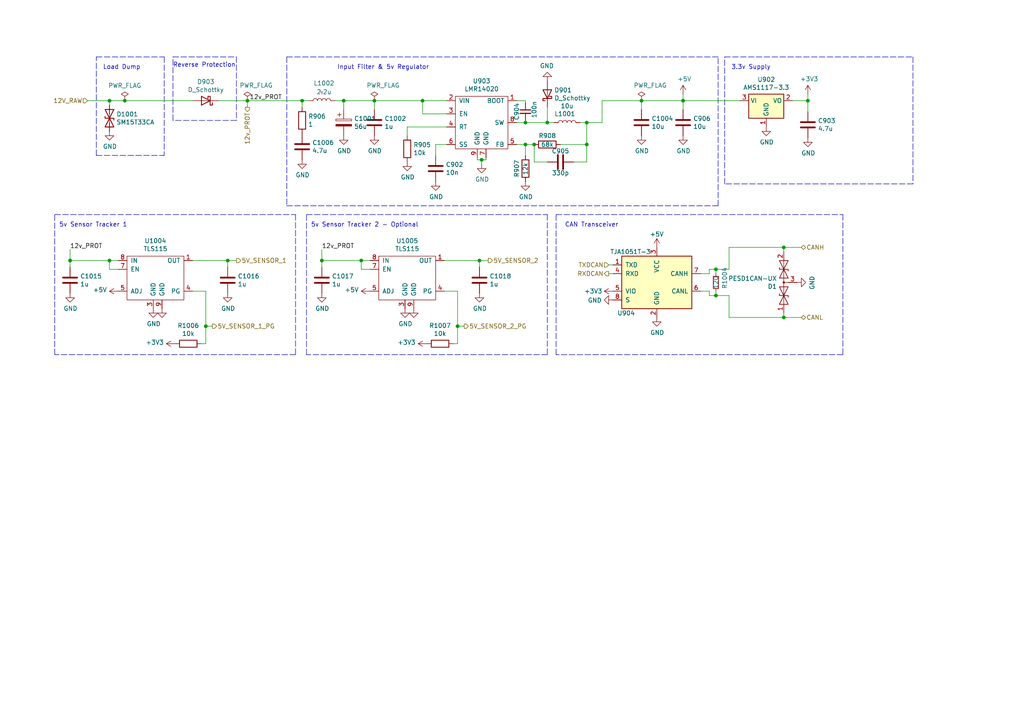
<source format=kicad_sch>
(kicad_sch (version 20250114) (generator "eeschema") (generator_version "9.0")
  (paper "A4")
  (title_block (title "rusEfi Proteus") (date "2022-04-09") (rev "v0.7") (company "rusEFI") (comment 1 "github.com/mck1117/proteus") (comment 2 "rusefi.com/s/proteus"))
  (lib_symbols
    (symbol "Device:C" (pin_numbers (hide yes)) (pin_names (offset 0.254))
      (property "Reference" "C" (at 0.635 2.54 0))
      (property "Value" "C" (at 0.635 -2.54 0))
      (symbol "C_0_1"
        (polyline (pts (xy -2.032 0.762) (xy 2.032 0.762)) (stroke (width 0.508)))
        (polyline (pts (xy -2.032 -0.762) (xy 2.032 -0.762)) (stroke (width 0.508)))
      )
      (symbol "C_1_1"
        (pin passive line (at 0 3.81 270) (length 2.794) (name "~") (number "1"))
        (pin passive line (at 0 -3.81 90) (length 2.794) (name "~") (number "2"))
      )
    )
    (symbol "Device:C_Small" (pin_numbers (hide yes)) (pin_names (offset 0.254) (hide yes))
      (property "Reference" "C" (at 0.254 1.778 0))
      (property "Value" "C_Small" (at 0.254 -2.032 0))
      (symbol "C_Small_0_1"
        (polyline (pts (xy -1.524 0.508) (xy 1.524 0.508)) (stroke (width 0.3048)))
        (polyline (pts (xy -1.524 -0.508) (xy 1.524 -0.508)) (stroke (width 0.3302)))
      )
      (symbol "C_Small_1_1"
        (pin passive line (at 0 2.54 270) (length 2.032) (name "~") (number "1"))
        (pin passive line (at 0 -2.54 90) (length 2.032) (name "~") (number "2"))
      )
    )
    (symbol "Device:D_Schottky" (pin_numbers (hide yes)) (pin_names (offset 1.016) (hide yes))
      (property "Reference" "D" (at 0 2.54 0))
      (property "Value" "D_Schottky" (at 0 -2.54 0))
      (symbol "D_Schottky_0_1"
        (polyline (pts (xy -1.905 0.635) (xy -1.905 1.27) (xy -1.27 1.27) (xy -1.27 -1.27) (xy -0.635 -1.27) (xy -0.635 -0.635)) (stroke (width 0.254)))
        (polyline (pts (xy 1.27 1.27) (xy 1.27 -1.27) (xy -1.27 0) (xy 1.27 1.27)) (stroke (width 0.254)))
        (polyline (pts (xy 1.27 0) (xy -1.27 0)))
      )
      (symbol "D_Schottky_1_1"
        (pin passive line (at -3.81 0 0) (length 2.54) (name "K") (number "1"))
        (pin passive line (at 3.81 0 180) (length 2.54) (name "A") (number "2"))
      )
    )
    (symbol "Device:D_TVS" (pin_numbers (hide yes)) (pin_names (offset 1.016) (hide yes))
      (property "Reference" "D" (at 0 2.54 0))
      (property "Value" "D_TVS" (at 0 -2.54 0))
      (symbol "D_TVS_0_1"
        (polyline (pts (xy -2.54 1.27) (xy -2.54 -1.27) (xy 2.54 1.27) (xy 2.54 -1.27) (xy -2.54 1.27)) (stroke (width 0.254)))
        (polyline (pts (xy 0.508 1.27) (xy 0 1.27) (xy 0 -1.27) (xy -0.508 -1.27)) (stroke (width 0.254)))
        (polyline (pts (xy 1.27 0) (xy -1.27 0)))
      )
      (symbol "D_TVS_1_1"
        (pin passive line (at -3.81 0 0) (length 2.54) (name "A1") (number "1"))
        (pin passive line (at 3.81 0 180) (length 2.54) (name "A2") (number "2"))
      )
    )
    (symbol "Device:L" (pin_numbers (hide yes)) (pin_names (offset 1.016) (hide yes))
      (property "Reference" "L" (at -1.27 0 90))
      (property "Value" "L" (at 1.905 0 90))
      (symbol "L_0_1"
        (arc (start 0 2.54) (mid 0.6323 1.905) (end 0 1.27))
        (arc (start 0 1.27) (mid 0.6323 0.635) (end 0 0))
        (arc (start 0 0) (mid 0.6323 -0.635) (end 0 -1.27))
        (arc (start 0 -1.27) (mid 0.6323 -1.905) (end 0 -2.54))
      )
      (symbol "L_1_1"
        (pin passive line (at 0 3.81 270) (length 1.27) (name "1") (number "1"))
        (pin passive line (at 0 -3.81 90) (length 1.27) (name "2") (number "2"))
      )
    )
    (symbol "Device:R" (pin_numbers (hide yes)) (pin_names (offset 0))
      (property "Reference" "R" (at 2.032 0 90))
      (property "Value" "R" (at 0 0 90))
      (symbol "R_0_1"
        (rectangle (start -1.016 -2.54) (end 1.016 2.54) (stroke (width 0.254)))
      )
      (symbol "R_1_1"
        (pin passive line (at 0 3.81 270) (length 1.27) (name "~") (number "1"))
        (pin passive line (at 0 -3.81 90) (length 1.27) (name "~") (number "2"))
      )
    )
    (symbol "Device:R_Small" (pin_numbers (hide yes)) (pin_names (offset 0.254) (hide yes))
      (property "Reference" "R" (at 0.762 0.508 0))
      (property "Value" "R_Small" (at 0.762 -1.016 0))
      (symbol "R_Small_0_1"
        (rectangle (start -0.762 1.778) (end 0.762 -1.778) (stroke (width 0.2032)))
      )
      (symbol "R_Small_1_1"
        (pin passive line (at 0 2.54 270) (length 0.762) (name "~") (number "1"))
        (pin passive line (at 0 -2.54 90) (length 0.762) (name "~") (number "2"))
      )
    )
    (symbol "Interface_CAN_LIN:TJA1051T-3" (pin_names (offset 1.016))
      (property "Reference" "U" (at -10.16 8.89 0))
      (property "Value" "TJA1051T-3" (at 1.27 8.89 0))
      (symbol "TJA1051T-3_0_1"
        (rectangle (start -10.16 7.62) (end 10.16 -7.62) (stroke (width 0.254)) (fill (type background)))
      )
      (symbol "TJA1051T-3_1_1"
        (pin input line (at -12.7 5.08 0) (length 2.54) (name "TXD") (number "1"))
        (pin output line (at -12.7 2.54 0) (length 2.54) (name "RXD") (number "4"))
        (pin power_in line (at -12.7 -2.54 0) (length 2.54) (name "VIO") (number "5"))
        (pin input line (at -12.7 -5.08 0) (length 2.54) (name "S") (number "8"))
        (pin power_in line (at 0 10.16 270) (length 2.54) (name "VCC") (number "3"))
        (pin power_in line (at 0 -10.16 90) (length 2.54) (name "GND") (number "2"))
        (pin bidirectional line (at 12.7 2.54 180) (length 2.54) (name "CANH") (number "7"))
        (pin bidirectional line (at 12.7 -2.54 180) (length 2.54) (name "CANL") (number "6"))
      )
    )
    (symbol "Regulator_Linear:AMS1117-3.3"
      (property "Reference" "U" (at -3.81 3.175 0))
      (property "Value" "AMS1117-3.3" (at 0 3.175 0))
      (symbol "AMS1117-3.3_0_1"
        (rectangle (start -5.08 -5.08) (end 5.08 1.905) (stroke (width 0.254)) (fill (type background)))
      )
      (symbol "AMS1117-3.3_1_1"
        (pin power_in line (at -7.62 0 0) (length 2.54) (name "VI") (number "3"))
        (pin power_in line (at 0 -7.62 90) (length 2.54) (name "GND") (number "1"))
        (pin power_out line (at 7.62 0 180) (length 2.54) (name "VO") (number "2"))
      )
    )
    (symbol "infineon_psu:TLS115" (pin_names (offset 1.016))
      (property "Reference" "U" (at -6.35 -10.16 0))
      (property "Value" "TLS115" (at -3.81 5.08 0))
      (symbol "TLS115_0_1"
        (rectangle (start -7.62 3.81) (end 8.89 -8.89))
      )
      (symbol "TLS115_1_1"
        (pin power_in line (at -10.16 2.54 0) (length 2.54) (name "IN") (number "8"))
        (pin input line (at -10.16 0 0) (length 2.54) (name "EN") (number "7"))
        (pin input line (at -10.16 -6.35 0) (length 2.54) (name "ADJ") (number "5"))
        (pin no_connect line (at 0 0 0) (length 2.54) (hide yes) (name "~") (number "2"))
        (pin no_connect line (at 0 -2.54 0) (length 2.54) (hide yes) (name "~") (number "6"))
        (pin power_in line (at 0 -11.43 90) (length 2.54) (name "GND") (number "3"))
        (pin power_in line (at 2.54 -11.43 90) (length 2.54) (name "GND") (number "9"))
        (pin output line (at 11.43 2.54 180) (length 2.54) (name "OUT") (number "1"))
        (pin open_collector line (at 11.43 -6.35 180) (length 2.54) (name "PG") (number "4"))
      )
    )
    (symbol "lmr14020:LMR14020" (pin_names (offset 1.016))
      (property "Reference" "U" (at -3.81 -11.43 0))
      (property "Value" "LMR14020" (at 2.54 8.89 0))
      (symbol "LMR14020_0_1"
        (rectangle (start -5.08 -8.89) (end 10.16 6.35))
      )
      (symbol "LMR14020_1_1"
        (pin power_in line (at -7.62 5.08 0) (length 2.54) (name "VIN") (number "2"))
        (pin input line (at -7.62 1.27 0) (length 2.54) (name "EN") (number "3"))
        (pin bidirectional line (at -7.62 -2.54 0) (length 2.54) (name "RT") (number "4"))
        (pin bidirectional line (at -7.62 -7.62 0) (length 2.54) (name "SS") (number "6"))
        (pin power_in line (at 1.27 -11.43 90) (length 2.54) (name "GND") (number "9"))
        (pin power_in line (at 3.81 -11.43 90) (length 2.54) (name "GND") (number "7"))
        (pin bidirectional line (at 12.7 5.08 180) (length 2.54) (name "BOOT") (number "1"))
        (pin power_out line (at 12.7 -1.27 180) (length 2.54) (name "SW") (number "8"))
        (pin input line (at 12.7 -7.62 180) (length 2.54) (name "FB") (number "5"))
      )
    )
    (symbol "proteus-rescue:+3.3V-power" (power) (pin_names (offset 0))
      (property "Value" "power_+3.3V" (at 0 3.556 0))
      (symbol "+3.3V-power_0_1"
        (polyline (pts (xy -0.762 1.27) (xy 0 2.54)))
        (polyline (pts (xy 0 2.54) (xy 0.762 1.27)))
        (polyline (pts (xy 0 0) (xy 0 2.54)))
      )
      (symbol "+3.3V-power_1_1"
        (pin power_in line (at 0 0 90) (length 0) (hide yes) (name "+3V3") (number "1"))
      )
    )
    (symbol "proteus-rescue:+5V-power" (power) (pin_names (offset 0))
      (property "Value" "power_+5V" (at 0 3.556 0))
      (symbol "+5V-power_0_1"
        (polyline (pts (xy -0.762 1.27) (xy 0 2.54)))
        (polyline (pts (xy 0 2.54) (xy 0.762 1.27)))
        (polyline (pts (xy 0 0) (xy 0 2.54)))
      )
      (symbol "+5V-power_1_1"
        (pin power_in line (at 0 0 90) (length 0) (hide yes) (name "+5V") (number "1"))
      )
    )
    (symbol "proteus-rescue:CP-Device" (pin_numbers (hide yes)) (pin_names (offset 0.254))
      (property "Reference" "C" (at 0.635 2.54 0))
      (property "Value" "Device_CP" (at 0.635 -2.54 0))
      (symbol "CP-Device_0_1"
        (rectangle (start -2.286 0.508) (end 2.286 1.016))
        (polyline (pts (xy -1.778 2.286) (xy -0.762 2.286)))
        (polyline (pts (xy -1.27 2.794) (xy -1.27 1.778)))
        (rectangle (start 2.286 -0.508) (end -2.286 -1.016) (fill (type outline)))
      )
      (symbol "CP-Device_1_1"
        (pin passive line (at 0 3.81 270) (length 2.794) (name "~") (number "1"))
        (pin passive line (at 0 -3.81 90) (length 2.794) (name "~") (number "2"))
      )
    )
    (symbol "proteus-rescue:D_TVS_x2_AAC-Device" (pin_names (offset 1.016) (hide yes))
      (property "Reference" "D" (at 0 4.445 0))
      (property "Value" "Device_D_TVS_x2_AAC" (at 0 2.54 0))
      (symbol "D_TVS_x2_AAC-Device_0_0"
        (polyline (pts (xy 0 -1.27) (xy 0 0)))
      )
      (symbol "D_TVS_x2_AAC-Device_0_1"
        (polyline (pts (xy -6.35 0) (xy 6.35 0)))
        (polyline (pts (xy -6.35 -1.27) (xy -1.27 1.27) (xy -1.27 -1.27) (xy -6.35 1.27) (xy -6.35 -1.27)) (stroke (width 0.2032)))
        (polyline (pts (xy -3.302 1.27) (xy -3.81 1.27) (xy -3.81 -1.27) (xy -4.318 -1.27)) (stroke (width 0.2032)))
        (circle (center 0 0) (radius 0.254) (fill (type outline)))
        (polyline (pts (xy 1.27 -1.27) (xy 1.27 1.27) (xy 6.35 -1.27) (xy 6.35 1.27) (xy 1.27 -1.27)) (stroke (width 0.2032)))
        (polyline (pts (xy 4.318 1.27) (xy 3.81 1.27) (xy 3.81 -1.27) (xy 3.302 -1.27)) (stroke (width 0.2032)))
      )
      (symbol "D_TVS_x2_AAC-Device_1_1"
        (pin passive line (at -8.89 0 0) (length 2.54) (name "A1") (number "1"))
        (pin input line (at 0 -3.81 90) (length 2.54) (name "common") (number "3"))
        (pin passive line (at 8.89 0 180) (length 2.54) (name "A2") (number "2"))
      )
    )
    (symbol "proteus-rescue:GND-power" (power) (pin_names (offset 0))
      (property "Value" "power_GND" (at 0 -3.81 0))
      (symbol "GND-power_0_1"
        (polyline (pts (xy 0 0) (xy 0 -1.27) (xy 1.27 -1.27) (xy 0 -2.54) (xy -1.27 -1.27) (xy 0 -1.27)))
      )
      (symbol "GND-power_1_1"
        (pin power_in line (at 0 0 270) (length 0) (hide yes) (name "GND") (number "1"))
      )
    )
    (symbol "proteus-rescue:PWR_FLAG-power" (power) (pin_numbers (hide yes)) (pin_names (offset 0) (hide yes))
      (property "Value" "power_PWR_FLAG" (at 0 3.81 0))
      (symbol "PWR_FLAG-power_0_0"
        (pin power_out line (at 0 0 90) (length 0) (name "pwr") (number "1"))
      )
      (symbol "PWR_FLAG-power_0_1"
        (polyline (pts (xy 0 0) (xy 0 1.27) (xy -1.016 1.905) (xy 0 2.54) (xy 1.016 1.905) (xy 0 1.27)))
      )
    )
  )
  (text "Reverse Protection" (at 50.165 19.685 0) (effects (font (size 1.27 1.27)) (justify left bottom)))
  (text "5v Sensor Tracker 2 - Optional" (at 90.17 66.04 0) (effects (font (size 1.27 1.27)) (justify left bottom)))
  (text "Input Filter & 5v Regulator" (at 97.79 20.32 0) (effects (font (size 1.27 1.27)) (justify left bottom)))
  (text "CAN Transceiver" (at 163.83 66.04 0) (effects (font (size 1.27 1.27)) (justify left bottom)))
  (text "5v Sensor Tracker 1" (at 17.145 66.04 0) (effects (font (size 1.27 1.27)) (justify left bottom)))
  (text "3.3v Supply" (at 212.09 20.32 0) (effects (font (size 1.27 1.27)) (justify left bottom)))
  (text "Load Dump" (at 29.845 20.32 0) (effects (font (size 1.27 1.27)) (justify left bottom)))
  (junction (at 104.775 75.565))
  (junction (at 207.645 78.105))
  (junction (at 207.645 85.725))
  (junction (at 170.18 41.91))
  (junction (at 93.345 75.565))
  (junction (at 152.4 41.91))
  (junction (at 186.055 29.21))
  (junction (at 158.75 35.56))
  (junction (at 122.555 29.21))
  (junction (at 87.63 29.21))
  (junction (at 227.33 92.075))
  (junction (at 154.94 41.91))
  (junction (at 139.7 46.355))
  (junction (at 66.04 75.565))
  (junction (at 227.33 71.755))
  (junction (at 20.32 75.565))
  (junction (at 31.75 75.565))
  (junction (at 31.75 29.21))
  (junction (at 132.715 94.615))
  (junction (at 71.755 29.21))
  (junction (at 198.12 29.21))
  (junction (at 139.065 75.565))
  (junction (at 59.69 94.615))
  (junction (at 152.4 35.56))
  (junction (at 99.695 29.21))
  (junction (at 108.585 29.21))
  (junction (at 36.195 29.21))
  (junction (at 234.315 29.21))
  (junction (at 170.18 35.56))
  (wire (pts (xy 234.315 29.21) (xy 234.315 32.385)))
  (polyline (pts (xy 264.795 16.51) (xy 264.795 53.34)) (stroke (width 0) (type dash)))
  (polyline (pts (xy 27.94 45.085) (xy 47.625 45.085)) (stroke (width 0) (type dash)))
  (polyline (pts (xy 244.475 102.87) (xy 161.29 102.87)) (stroke (width 0) (type dash)))
  (wire (pts (xy 198.12 29.21) (xy 198.12 31.75)))
  (wire (pts (xy 126.365 41.91) (xy 129.54 41.91)))
  (wire (pts (xy 122.555 29.21) (xy 129.54 29.21)))
  (wire (pts (xy 158.75 35.56) (xy 160.655 35.56)))
  (wire (pts (xy 108.585 31.75) (xy 108.585 29.21)))
  (wire (pts (xy 122.555 33.02) (xy 129.54 33.02)))
  (wire (pts (xy 55.88 29.21) (xy 36.195 29.21)))
  (polyline (pts (xy 264.795 53.34) (xy 210.185 53.34)) (stroke (width 0) (type dash)))
  (wire (pts (xy 66.04 75.565) (xy 66.04 77.47)))
  (wire (pts (xy 138.43 46.355) (xy 139.7 46.355)))
  (wire (pts (xy 176.53 79.375) (xy 177.8 79.375)))
  (polyline (pts (xy 88.9 102.87) (xy 88.9 62.23)) (stroke (width 0) (type dash)))
  (wire (pts (xy 207.645 78.105) (xy 211.455 78.105)))
  (polyline (pts (xy 158.75 62.23) (xy 158.75 102.87)) (stroke (width 0) (type dash)))
  (wire (pts (xy 152.4 29.21) (xy 152.4 29.845)))
  (wire (pts (xy 227.33 92.075) (xy 211.455 92.075)))
  (wire (pts (xy 227.33 71.755) (xy 211.455 71.755)))
  (wire (pts (xy 97.155 29.21) (xy 99.695 29.21)))
  (wire (pts (xy 211.455 85.725) (xy 207.645 85.725)))
  (polyline (pts (xy 47.625 16.51) (xy 47.625 45.085)) (stroke (width 0) (type dash)))
  (wire (pts (xy 207.645 85.725) (xy 205.74 85.725)))
  (polyline (pts (xy 244.475 62.23) (xy 244.475 102.87)) (stroke (width 0) (type dash)))
  (polyline (pts (xy 83.185 59.69) (xy 208.28 59.69)) (stroke (width 0) (type dash)))
  (wire (pts (xy 177.8 76.835) (xy 176.53 76.835)))
  (wire (pts (xy 25.4 29.21) (xy 31.75 29.21)))
  (wire (pts (xy 128.905 84.455) (xy 132.715 84.455)))
  (polyline (pts (xy 27.94 16.51) (xy 47.625 16.51)) (stroke (width 0) (type dash)))
  (wire (pts (xy 99.695 29.21) (xy 108.585 29.21)))
  (wire (pts (xy 211.455 92.075) (xy 211.455 85.725)))
  (wire (pts (xy 93.345 72.39) (xy 93.345 75.565)))
  (wire (pts (xy 170.18 41.91) (xy 170.18 46.99)))
  (wire (pts (xy 128.905 75.565) (xy 139.065 75.565)))
  (polyline (pts (xy 15.875 102.87) (xy 15.875 62.23)) (stroke (width 0) (type dash)))
  (wire (pts (xy 104.775 78.105) (xy 104.775 75.565)))
  (wire (pts (xy 186.055 29.21) (xy 198.12 29.21)))
  (wire (pts (xy 58.42 99.695) (xy 59.69 99.695)))
  (wire (pts (xy 126.365 45.085) (xy 126.365 41.91)))
  (wire (pts (xy 31.75 78.105) (xy 31.75 75.565)))
  (wire (pts (xy 207.645 84.455) (xy 207.645 85.725)))
  (wire (pts (xy 158.75 31.115) (xy 158.75 35.56)))
  (wire (pts (xy 186.055 29.21) (xy 186.055 31.75)))
  (wire (pts (xy 211.455 71.755) (xy 211.455 78.105)))
  (wire (pts (xy 170.18 46.99) (xy 166.37 46.99)))
  (wire (pts (xy 93.345 77.47) (xy 93.345 75.565)))
  (wire (pts (xy 203.2 79.375) (xy 205.74 79.375)))
  (wire (pts (xy 139.065 75.565) (xy 139.065 77.47)))
  (polyline (pts (xy 27.94 45.085) (xy 27.94 16.51)) (stroke (width 0) (type dash)))
  (wire (pts (xy 107.315 78.105) (xy 104.775 78.105)))
  (wire (pts (xy 34.29 78.105) (xy 31.75 78.105)))
  (wire (pts (xy 71.755 29.21) (xy 87.63 29.21)))
  (wire (pts (xy 227.33 92.075) (xy 227.33 90.805)))
  (wire (pts (xy 158.75 46.99) (xy 154.94 46.99)))
  (wire (pts (xy 154.94 46.99) (xy 154.94 41.91)))
  (wire (pts (xy 20.32 72.39) (xy 20.32 75.565)))
  (wire (pts (xy 134.62 94.615) (xy 132.715 94.615)))
  (polyline (pts (xy 15.875 62.23) (xy 85.725 62.23)) (stroke (width 0) (type dash)))
  (wire (pts (xy 55.88 84.455) (xy 59.69 84.455)))
  (wire (pts (xy 152.4 41.91) (xy 154.94 41.91)))
  (wire (pts (xy 99.695 29.21) (xy 99.695 31.75)))
  (polyline (pts (xy 158.75 102.87) (xy 88.9 102.87)) (stroke (width 0) (type dash)))
  (wire (pts (xy 87.63 29.21) (xy 89.535 29.21)))
  (polyline (pts (xy 208.28 59.69) (xy 208.28 16.51)) (stroke (width 0) (type dash)))
  (wire (pts (xy 141.605 75.565) (xy 139.065 75.565)))
  (polyline (pts (xy 68.58 16.51) (xy 68.58 34.925)) (stroke (width 0) (type dash)))
  (polyline (pts (xy 208.28 16.51) (xy 83.185 16.51)) (stroke (width 0) (type dash)))
  (wire (pts (xy 36.195 29.21) (xy 31.75 29.21)))
  (wire (pts (xy 232.41 92.075) (xy 227.33 92.075)))
  (polyline (pts (xy 50.165 16.51) (xy 68.58 16.51)) (stroke (width 0) (type dash)))
  (polyline (pts (xy 50.165 34.925) (xy 50.165 16.51)) (stroke (width 0) (type dash)))
  (wire (pts (xy 68.58 75.565) (xy 66.04 75.565)))
  (wire (pts (xy 87.63 29.21) (xy 87.63 31.115)))
  (wire (pts (xy 139.7 46.355) (xy 140.97 46.355)))
  (polyline (pts (xy 161.29 102.87) (xy 161.29 62.23)) (stroke (width 0) (type dash)))
  (wire (pts (xy 140.97 46.355) (xy 140.97 45.72)))
  (wire (pts (xy 55.88 75.565) (xy 66.04 75.565)))
  (wire (pts (xy 174.625 29.21) (xy 186.055 29.21)))
  (polyline (pts (xy 210.185 16.51) (xy 264.795 16.51)) (stroke (width 0) (type dash)))
  (polyline (pts (xy 85.725 102.87) (xy 15.875 102.87)) (stroke (width 0) (type dash)))
  (wire (pts (xy 198.12 29.21) (xy 214.63 29.21)))
  (wire (pts (xy 203.2 84.455) (xy 205.74 84.455)))
  (polyline (pts (xy 88.9 62.23) (xy 158.75 62.23)) (stroke (width 0) (type dash)))
  (wire (pts (xy 227.33 71.755) (xy 227.33 73.025)))
  (wire (pts (xy 108.585 29.21) (xy 122.555 29.21)))
  (wire (pts (xy 149.86 41.91) (xy 152.4 41.91)))
  (wire (pts (xy 174.625 35.56) (xy 174.625 29.21)))
  (wire (pts (xy 198.12 27.305) (xy 198.12 29.21)))
  (wire (pts (xy 162.56 41.91) (xy 170.18 41.91)))
  (wire (pts (xy 20.32 75.565) (xy 31.75 75.565)))
  (wire (pts (xy 132.715 84.455) (xy 132.715 94.615)))
  (wire (pts (xy 207.645 79.375) (xy 207.645 78.105)))
  (polyline (pts (xy 68.58 34.925) (xy 50.165 34.925)) (stroke (width 0) (type dash)))
  (wire (pts (xy 152.4 34.925) (xy 152.4 35.56)))
  (wire (pts (xy 205.74 84.455) (xy 205.74 85.725)))
  (wire (pts (xy 59.69 84.455) (xy 59.69 94.615)))
  (wire (pts (xy 149.86 29.21) (xy 152.4 29.21)))
  (wire (pts (xy 122.555 29.21) (xy 122.555 33.02)))
  (polyline (pts (xy 210.185 53.34) (xy 210.185 16.51)) (stroke (width 0) (type dash)))
  (wire (pts (xy 104.775 75.565) (xy 107.315 75.565)))
  (wire (pts (xy 31.75 29.21) (xy 31.75 30.48)))
  (wire (pts (xy 132.715 99.695) (xy 132.715 94.615)))
  (wire (pts (xy 118.11 39.37) (xy 118.11 36.83)))
  (wire (pts (xy 149.86 35.56) (xy 152.4 35.56)))
  (wire (pts (xy 152.4 41.91) (xy 152.4 45.085)))
  (wire (pts (xy 31.75 75.565) (xy 34.29 75.565)))
  (polyline (pts (xy 85.725 62.23) (xy 85.725 102.87)) (stroke (width 0) (type dash)))
  (wire (pts (xy 232.41 71.755) (xy 227.33 71.755)))
  (wire (pts (xy 168.275 35.56) (xy 170.18 35.56)))
  (wire (pts (xy 63.5 29.21) (xy 71.755 29.21)))
  (wire (pts (xy 71.755 31.115) (xy 71.755 29.21)))
  (wire (pts (xy 61.595 94.615) (xy 59.69 94.615)))
  (wire (pts (xy 20.32 77.47) (xy 20.32 75.565)))
  (wire (pts (xy 152.4 35.56) (xy 158.75 35.56)))
  (wire (pts (xy 138.43 45.72) (xy 138.43 46.355)))
  (wire (pts (xy 170.18 41.91) (xy 170.18 35.56)))
  (polyline (pts (xy 161.29 62.23) (xy 244.475 62.23)) (stroke (width 0) (type dash)))
  (wire (pts (xy 139.7 47.625) (xy 139.7 46.355)))
  (wire (pts (xy 118.11 36.83) (xy 129.54 36.83)))
  (wire (pts (xy 205.74 79.375) (xy 205.74 78.105)))
  (wire (pts (xy 59.69 99.695) (xy 59.69 94.615)))
  (wire (pts (xy 170.18 35.56) (xy 174.625 35.56)))
  (polyline (pts (xy 83.185 16.51) (xy 83.185 59.69)) (stroke (width 0) (type dash)))
  (wire (pts (xy 131.445 99.695) (xy 132.715 99.695)))
  (wire (pts (xy 229.87 29.21) (xy 234.315 29.21)))
  (wire (pts (xy 207.645 78.105) (xy 205.74 78.105)))
  (wire (pts (xy 234.315 27.305) (xy 234.315 29.21)))
  (wire (pts (xy 93.345 75.565) (xy 104.775 75.565)))
  (label "12v_PROT" (at 93.345 72.39 0))
  (label "12v_PROT" (at 20.32 72.39 0))
  (label "12v_PROT" (at 72.39 29.21 0))
  (hierarchical_label "12V_RAW" (shape input) (at 25.4 29.21 180))
  (hierarchical_label "RXDCAN" (shape output) (at 176.53 79.375 180))
  (hierarchical_label "12v_PROT" (shape output) (at 71.755 31.115 270))
  (hierarchical_label "5V_SENSOR_1_PG" (shape output) (at 61.595 94.615 0))
  (hierarchical_label "5V_SENSOR_1" (shape output) (at 68.58 75.565 0))
  (hierarchical_label "5V_SENSOR_2_PG" (shape output) (at 134.62 94.615 0))
  (hierarchical_label "5V_SENSOR_2" (shape output) (at 141.605 75.565 0))
  (hierarchical_label "CANL" (shape bidirectional) (at 232.41 92.075 0))
  (hierarchical_label "CANH" (shape bidirectional) (at 232.41 71.755 0))
  (hierarchical_label "TXDCAN" (shape input) (at 176.53 76.835 180))
  (symbol (lib_id "Device:L") (at 164.465 35.56 90) (unit 1)
    (property "Reference" "L1001" (at 163.83 33.02 90))
    (property "Value" "10u" (at 164.465 30.734 90))
    (property "Footprint" "sunlord-MWSA0503:MWSA0503" (effects (hide yes)))
    (property "LCSC" "C408412" (effects (hide yes)))
    (property "LCSC_ext" "1" (effects (hide yes)))
    (property "possible_not_ext" "1" (effects (hide yes)))
  )
  (symbol (lib_id "Device:C") (at 186.055 35.56 0) (unit 1)
    (property "Reference" "C1004" (at 188.976 34.3916 0) (effects (justify left)))
    (property "Value" "10u" (at 188.976 36.703 0) (effects (justify left)))
    (property "Footprint" "Capacitor_SMD:C_1206_3216Metric" (effects (hide yes)))
    (property "LCSC" "C13585" (effects (hide yes)))
    (property "LCSC_ext" "0" (effects (hide yes)))
  )
  (symbol (lib_id "proteus-rescue:GND-power") (at 186.055 39.37 0) (unit 1)
    (property "Reference" "#PWR0102" (effects (hide yes)))
    (property "Value" "GND" (at 186.182 43.7642 0))
  )
  (symbol (lib_id "proteus-rescue:GND-power") (at 99.695 39.37 0) (unit 1)
    (property "Reference" "#PWR0103" (effects (hide yes)))
    (property "Value" "GND" (at 99.822 43.7642 0))
  )
  (symbol (lib_id "proteus-rescue:+5V-power") (at 198.12 27.305 0) (unit 1)
    (property "Reference" "#PWR0105" (effects (hide yes)))
    (property "Value" "+5V" (at 198.501 22.9108 0))
  )
  (symbol (lib_id "Device:C") (at 108.585 35.56 0) (unit 1)
    (property "Reference" "C1002" (at 111.506 34.3916 0) (effects (justify left)))
    (property "Value" "1u" (at 111.506 36.703 0) (effects (justify left)))
    (property "Footprint" "Capacitor_SMD:C_0603_1608Metric" (effects (hide yes)))
    (property "LCSC" "C15849" (effects (hide yes)))
    (property "LCSC_ext" "0" (effects (hide yes)))
  )
  (symbol (lib_id "proteus-rescue:GND-power") (at 108.585 39.37 0) (unit 1)
    (property "Reference" "#PWR0106" (effects (hide yes)))
    (property "Value" "GND" (at 108.712 43.7642 0))
  )
  (symbol (lib_id "Device:R_Small") (at 207.645 81.915 0) (mirror y) (unit 1)
    (property "Reference" "R1004" (at 210.185 83.82 90) (effects (justify left)))
    (property "Value" "120" (at 207.645 83.82 90) (effects (justify left)))
    (property "Footprint" "Resistor_SMD:R_0603_1608Metric" (effects (hide yes)))
    (property "LCSC" "C22787" (effects (hide yes)))
    (property "LCSC_ext" "0" (effects (hide yes)))
  )
  (symbol (lib_id "Device:D_TVS") (at 31.75 34.29 270) (unit 1)
    (property "Reference" "D1001" (at 33.7566 33.1216 90) (effects (justify left)))
    (property "Value" "SM15T33CA" (at 33.7566 35.433 90) (effects (justify left)))
    (property "Footprint" "Diode_SMD:D_SMC" (effects (hide yes)))
    (property "PN" "SM15T33CA" (effects (hide yes)))
    (property "LCSC" "C151281" (effects (hide yes)))
    (property "LCSC_ext" "1" (effects (hide yes)))
    (property "possible_not_ext" "1" (effects (hide yes)))
  )
  (symbol (lib_id "proteus-rescue:GND-power") (at 31.75 38.1 0) (unit 1)
    (property "Reference" "#PWR01001" (effects (hide yes)))
    (property "Value" "GND" (at 31.877 42.4942 0))
  )
  (symbol (lib_id "proteus-rescue:CP-Device") (at 99.695 35.56 0) (unit 1)
    (property "Reference" "C1001" (at 102.6922 34.3916 0) (effects (justify left)))
    (property "Value" "56u" (at 102.6922 36.703 0) (effects (justify left)))
    (property "Footprint" "Capacitor_THT:CP_Radial_D8.0mm_P3.50mm" (effects (hide yes)))
    (property "PN" "EEH-AZF1H560B" (effects (hide yes)))
    (property "LCSC" "N/A" (effects (hide yes)))
  )
  (symbol (lib_id "proteus-rescue:+3.3V-power") (at 234.315 27.305 0) (unit 1)
    (property "Reference" "#PWR01017" (effects (hide yes)))
    (property "Value" "+3V3" (at 234.696 22.9108 0))
  )
  (symbol (lib_id "Device:L") (at 93.345 29.21 90) (unit 1)
    (property "Reference" "L1002" (at 93.98 24.13 90))
    (property "Value" "2.2u" (at 93.98 26.67 90))
    (property "Footprint" "Inductor_SMD:L_1210_3225Metric" (effects (hide yes)))
    (property "Datasheet" "~" (at 93.345 26.67 90))
    (property "PN" "SRN3015TA-2R2M" (effects (hide yes)))
    (property "LCSC" "C36828" (effects (hide yes)))
    (property "LCSC_ext" "1" (effects (hide yes)))
    (property "possible_not_ext" "1" (effects (hide yes)))
  )
  (symbol (lib_id "Device:C") (at 87.63 42.545 0) (unit 1)
    (property "Reference" "C1006" (at 90.551 41.3766 0) (effects (justify left)))
    (property "Value" "4.7u" (at 90.551 43.688 0) (effects (justify left)))
    (property "Footprint" "Capacitor_SMD:C_0603_1608Metric" (effects (hide yes)))
    (property "LCSC" "C19666" (effects (hide yes)))
    (property "LCSC_ext" "0" (effects (hide yes)))
  )
  (symbol (lib_id "proteus-rescue:GND-power") (at 87.63 46.355 0) (unit 1)
    (property "Reference" "#PWR0111" (effects (hide yes)))
    (property "Value" "GND" (at 87.757 50.7492 0))
  )
  (symbol (lib_id "infineon_psu:TLS115") (at 44.45 78.105 0) (unit 1)
    (property "Reference" "U1004" (at 45.085 69.85 0))
    (property "Value" "TLS115" (at 45.085 72.1614 0))
    (property "Footprint" "Package_SO:Infineon_PG-DSO-8-43" (effects (hide yes)))
    (property "PN" "TLS115D0E" (effects (hide yes)))
    (property "LCSC" "N/A" (effects (hide yes)))
  )
  (symbol (lib_id "proteus-rescue:+5V-power") (at 34.29 84.455 90) (unit 1)
    (property "Reference" "#PWR01028" (effects (hide yes)))
    (property "Value" "+5V" (at 31.0388 84.074 90) (effects (justify left)))
  )
  (symbol (lib_id "proteus-rescue:GND-power") (at 44.45 89.535 0) (unit 1)
    (property "Reference" "#PWR01034" (effects (hide yes)))
    (property "Value" "GND" (at 44.577 93.9292 0))
  )
  (symbol (lib_id "proteus-rescue:GND-power") (at 46.99 89.535 0) (unit 1)
    (property "Reference" "#PWR01035" (effects (hide yes)))
    (property "Value" "GND" (effects (hide yes)))
  )
  (symbol (lib_id "Device:C") (at 66.04 81.28 0) (unit 1)
    (property "Reference" "C1016" (at 68.961 80.1116 0) (effects (justify left)))
    (property "Value" "1u" (at 68.961 82.423 0) (effects (justify left)))
    (property "Footprint" "Capacitor_SMD:C_0603_1608Metric" (effects (hide yes)))
    (property "LCSC" "C15849" (effects (hide yes)))
    (property "LCSC_ext" "0" (effects (hide yes)))
  )
  (symbol (lib_id "proteus-rescue:GND-power") (at 66.04 85.09 0) (unit 1)
    (property "Reference" "#PWR01031" (effects (hide yes)))
    (property "Value" "GND" (at 66.167 89.4842 0))
  )
  (symbol (lib_id "Device:C") (at 20.32 81.28 0) (unit 1)
    (property "Reference" "C1015" (at 23.241 80.1116 0) (effects (justify left)))
    (property "Value" "1u" (at 23.241 82.423 0) (effects (justify left)))
    (property "Footprint" "Capacitor_SMD:C_0603_1608Metric" (effects (hide yes)))
    (property "LCSC" "C15849" (effects (hide yes)))
    (property "LCSC_ext" "0" (effects (hide yes)))
  )
  (symbol (lib_id "proteus-rescue:GND-power") (at 20.32 85.09 0) (unit 1)
    (property "Reference" "#PWR01030" (effects (hide yes)))
    (property "Value" "GND" (at 20.447 89.4842 0))
  )
  (symbol (lib_id "Device:R") (at 54.61 99.695 270) (unit 1)
    (property "Reference" "R1006" (at 54.61 94.4372 90))
    (property "Value" "10k" (at 54.61 96.7486 90))
    (property "Footprint" "Resistor_SMD:R_0402_1005Metric" (effects (hide yes)))
    (property "LCSC" "C25744" (effects (hide yes)))
    (property "LCSC_ext" "0" (effects (hide yes)))
  )
  (symbol (lib_id "proteus-rescue:+3.3V-power") (at 50.8 99.695 90) (unit 1)
    (property "Reference" "#PWR01038" (effects (hide yes)))
    (property "Value" "+3V3" (at 47.5488 99.314 90) (effects (justify left)))
  )
  (symbol (lib_id "Device:D_Schottky") (at 59.69 29.21 180) (unit 1)
    (property "Reference" "D903" (at 59.69 23.7236 0))
    (property "Value" "D_Schottky" (at 59.69 26.035 0))
    (property "Footprint" "Diode_SMD:D_SMA" (effects (hide yes)))
    (property "LCSC" "C8678" (effects (hide yes)))
    (property "LCSC_ext" "0" (effects (hide yes)))
  )
  (symbol (lib_id "proteus-rescue:+5V-power") (at 107.315 84.455 90) (unit 1)
    (property "Reference" "#PWR01029" (effects (hide yes)))
    (property "Value" "+5V" (at 104.0638 84.074 90) (effects (justify left)))
  )
  (symbol (lib_id "proteus-rescue:GND-power") (at 117.475 89.535 0) (unit 1)
    (property "Reference" "#PWR01036" (effects (hide yes)))
    (property "Value" "GND" (at 117.602 93.9292 0))
  )
  (symbol (lib_id "proteus-rescue:GND-power") (at 120.015 89.535 0) (unit 1)
    (property "Reference" "#PWR01037" (effects (hide yes)))
    (property "Value" "GND" (effects (hide yes)))
  )
  (symbol (lib_id "Device:C") (at 139.065 81.28 0) (unit 1)
    (property "Reference" "C1018" (at 141.986 80.1116 0) (effects (justify left)))
    (property "Value" "1u" (at 141.986 82.423 0) (effects (justify left)))
    (property "Footprint" "Capacitor_SMD:C_0603_1608Metric" (effects (hide yes)))
    (property "LCSC" "C15849" (effects (hide yes)))
    (property "LCSC_ext" "0" (effects (hide yes)))
  )
  (symbol (lib_id "proteus-rescue:GND-power") (at 139.065 85.09 0) (unit 1)
    (property "Reference" "#PWR01033" (effects (hide yes)))
    (property "Value" "GND" (at 139.192 89.4842 0))
  )
  (symbol (lib_id "Device:C") (at 93.345 81.28 0) (unit 1)
    (property "Reference" "C1017" (at 96.266 80.1116 0) (effects (justify left)))
    (property "Value" "1u" (at 96.266 82.423 0) (effects (justify left)))
    (property "Footprint" "Capacitor_SMD:C_0603_1608Metric" (effects (hide yes)))
    (property "LCSC" "C15849" (effects (hide yes)))
    (property "LCSC_ext" "0" (effects (hide yes)))
  )
  (symbol (lib_id "proteus-rescue:GND-power") (at 93.345 85.09 0) (unit 1)
    (property "Reference" "#PWR01032" (effects (hide yes)))
    (property "Value" "GND" (at 93.472 89.4842 0))
  )
  (symbol (lib_id "infineon_psu:TLS115") (at 117.475 78.105 0) (unit 1)
    (property "Reference" "U1005" (at 118.11 69.85 0))
    (property "Value" "TLS115" (at 118.11 72.1614 0))
    (property "Footprint" "Package_SO:Infineon_PG-DSO-8-43" (effects (hide yes)))
    (property "PN" "TLS115D0E" (effects (hide yes)))
    (property "LCSC" "N/A" (effects (hide yes)))
  )
  (symbol (lib_id "proteus-rescue:+3.3V-power") (at 123.825 99.695 90) (unit 1)
    (property "Reference" "#PWR01039" (effects (hide yes)))
    (property "Value" "+3V3" (at 120.5738 99.314 90) (effects (justify left)))
  )
  (symbol (lib_id "Device:R") (at 127.635 99.695 270) (unit 1)
    (property "Reference" "R1007" (at 127.635 94.4372 90))
    (property "Value" "10k" (at 127.635 96.7486 90))
    (property "Footprint" "Resistor_SMD:R_0402_1005Metric" (effects (hide yes)))
    (property "LCSC" "C25744" (effects (hide yes)))
    (property "LCSC_ext" "0" (effects (hide yes)))
  )
  (symbol (lib_id "Device:C") (at 234.315 36.195 0) (unit 1)
    (property "Reference" "C903" (at 237.236 35.0266 0) (effects (justify left)))
    (property "Value" "4.7u" (at 237.236 37.338 0) (effects (justify left)))
    (property "Footprint" "Capacitor_SMD:C_0603_1608Metric" (effects (hide yes)))
    (property "LCSC" "C19666" (effects (hide yes)))
    (property "LCSC_ext" "0" (effects (hide yes)))
  )
  (symbol (lib_id "proteus-rescue:GND-power") (at 234.315 40.005 0) (unit 1)
    (property "Reference" "#PWR0243" (effects (hide yes)))
    (property "Value" "GND" (at 234.442 44.3992 0))
  )
  (symbol (lib_id "proteus-rescue:D_TVS_x2_AAC-Device") (at 227.33 81.915 90) (unit 1)
    (property "Reference" "D1" (at 225.3488 83.0834 90) (effects (justify left)))
    (property "Value" "PESD1CAN-UX" (at 225.3488 80.772 90) (effects (justify left)))
    (property "Footprint" "Package_TO_SOT_SMD:SOT-323_SC-70" (effects (hide yes)))
    (property "PN" "PESD1CAN-UX" (effects (hide yes)))
    (property "LCSC" "C152727" (effects (hide yes)))
    (property "LCSC_ext" "1" (effects (hide yes)))
  )
  (symbol (lib_id "proteus-rescue:PWR_FLAG-power") (at 71.755 29.21 0) (unit 1)
    (property "Reference" "#FLG0101" (effects (hide yes)))
    (property "Value" "PWR_FLAG" (at 74.295 24.765 0))
  )
  (symbol (lib_id "proteus-rescue:PWR_FLAG-power") (at 36.195 29.21 0) (unit 1)
    (property "Reference" "#FLG0102" (effects (hide yes)))
    (property "Value" "PWR_FLAG" (at 36.195 24.8158 0))
  )
  (symbol (lib_id "proteus-rescue:GND-power") (at 231.14 81.915 90) (mirror x) (unit 1)
    (property "Reference" "#PWR0253" (effects (hide yes)))
    (property "Value" "GND" (at 235.5342 82.042 0))
  )
  (symbol (lib_id "proteus-rescue:PWR_FLAG-power") (at 108.585 29.21 0) (unit 1)
    (property "Reference" "#FLG0104" (effects (hide yes)))
    (property "Value" "PWR_FLAG" (at 111.125 24.765 0))
  )
  (symbol (lib_id "Device:R") (at 87.63 34.925 0) (unit 1)
    (property "Reference" "R906" (at 89.408 33.7566 0) (effects (justify left)))
    (property "Value" "1" (at 89.408 36.068 0) (effects (justify left)))
    (property "Footprint" "Resistor_SMD:R_0402_1005Metric" (effects (hide yes)))
    (property "LCSC" "C25086" (effects (hide yes)))
    (property "LCSC_ext" "0" (effects (hide yes)))
  )
  (symbol (lib_id "lmr14020:LMR14020") (at 137.16 34.29 0) (unit 1)
    (property "Reference" "U903" (at 139.7 23.495 0))
    (property "Value" "LMR14020" (at 139.7 25.8064 0))
    (property "Footprint" "Package_SO:SOIC-8-1EP_3.9x4.9mm_P1.27mm_EP2.29x3mm" (effects (hide yes)))
    (property "LCSC" "C187824" (effects (hide yes)))
    (property "LCSC_ext" "1" (effects (hide yes)))
    (property "PN" "LMR14020" (effects (hide yes)))
    (property "possible_not_ext" "0" (effects (hide yes)))
  )
  (symbol (lib_id "Device:C_Small") (at 152.4 32.385 0) (unit 1)
    (property "Reference" "C904" (at 149.86 34.925 90) (effects (justify left)))
    (property "Value" "100n" (at 154.94 34.29 90) (effects (justify left)))
    (property "Footprint" "Capacitor_SMD:C_0603_1608Metric" (effects (hide yes)))
    (property "LCSC" "C14663" (effects (hide yes)))
    (property "LCSC_ext" "0" (effects (hide yes)))
  )
  (symbol (lib_id "Device:R") (at 158.75 41.91 90) (unit 1)
    (property "Reference" "R908" (at 158.75 39.37 90))
    (property "Value" "68k" (at 158.75 41.91 90))
    (property "Footprint" "Resistor_SMD:R_0402_1005Metric" (effects (hide yes)))
    (property "LCSC" "C36871" (effects (hide yes)))
  )
  (symbol (lib_id "Device:R") (at 152.4 48.895 0) (unit 1)
    (property "Reference" "R907" (at 149.86 51.435 90) (effects (justify left)))
    (property "Value" "12k" (at 152.4 50.8 90) (effects (justify left)))
    (property "Footprint" "Resistor_SMD:R_0402_1005Metric" (effects (hide yes)))
    (property "LCSC" "C25752" (effects (hide yes)))
  )
  (symbol (lib_id "proteus-rescue:GND-power") (at 152.4 52.705 0) (unit 1)
    (property "Reference" "#PWR0108" (effects (hide yes)))
    (property "Value" "GND" (at 152.527 57.0992 0))
  )
  (symbol (lib_id "proteus-rescue:GND-power") (at 139.7 47.625 0) (unit 1)
    (property "Reference" "#PWR0109" (effects (hide yes)))
    (property "Value" "GND" (at 139.827 52.0192 0))
  )
  (symbol (lib_id "Device:C") (at 162.56 46.99 270) (unit 1)
    (property "Reference" "C905" (at 162.56 43.815 90))
    (property "Value" "330p" (at 162.56 50.165 90))
    (property "Footprint" "Capacitor_SMD:C_0402_1005Metric" (effects (hide yes)))
    (property "LCSC" "C13533" (effects (hide yes)))
    (property "LCSC_ext" "0" (effects (hide yes)))
  )
  (symbol (lib_id "Device:R") (at 118.11 43.18 0) (unit 1)
    (property "Reference" "R905" (at 119.888 42.0116 0) (effects (justify left)))
    (property "Value" "10k" (at 119.888 44.323 0) (effects (justify left)))
    (property "Footprint" "Resistor_SMD:R_0402_1005Metric" (effects (hide yes)))
    (property "LCSC" "C25744" (effects (hide yes)))
    (property "LCSC_ext" "0" (effects (hide yes)))
  )
  (symbol (lib_id "proteus-rescue:GND-power") (at 118.11 46.99 0) (unit 1)
    (property "Reference" "#PWR0223" (effects (hide yes)))
    (property "Value" "GND" (at 118.237 51.3842 0))
  )
  (symbol (lib_id "Device:C") (at 126.365 48.895 0) (unit 1)
    (property "Reference" "C902" (at 129.286 47.7266 0) (effects (justify left)))
    (property "Value" "10n" (at 129.286 50.038 0) (effects (justify left)))
    (property "Footprint" "Capacitor_SMD:C_0603_1608Metric" (effects (hide yes)))
    (property "LCSC" "C57112" (effects (hide yes)))
    (property "LCSC_ext" "0" (effects (hide yes)))
  )
  (symbol (lib_id "proteus-rescue:GND-power") (at 126.365 52.705 0) (unit 1)
    (property "Reference" "#PWR0224" (effects (hide yes)))
    (property "Value" "GND" (at 126.492 57.0992 0))
  )
  (symbol (lib_id "Device:D_Schottky") (at 158.75 27.305 90) (unit 1)
    (property "Reference" "D901" (at 160.7566 26.1366 90) (effects (justify right)))
    (property "Value" "D_Schottky" (at 160.7566 28.448 90) (effects (justify right)))
    (property "Footprint" "Diode_SMD:D_SMA" (effects (hide yes)))
    (property "LCSC" "C8678" (effects (hide yes)))
    (property "LCSC_ext" "0" (effects (hide yes)))
  )
  (symbol (lib_id "proteus-rescue:GND-power") (at 158.75 23.495 180) (unit 1)
    (property "Reference" "#PWR0228" (effects (hide yes)))
    (property "Value" "GND" (at 158.623 19.1008 0))
  )
  (symbol (lib_id "Interface_CAN_LIN:TJA1051T-3") (at 190.5 81.915 0) (unit 1)
    (property "Reference" "U904" (at 181.61 90.805 0))
    (property "Value" "TJA1051T-3" (at 182.88 73.025 0))
    (property "Footprint" "Package_SO:SOIC-8_3.9x4.9mm_P1.27mm" (effects (hide yes)))
    (property "Datasheet" "http://www.nxp.com/documents/data_sheet/TJA1051.pdf" (effects (hide yes)))
    (property "LCSC" "C38695" (effects (hide yes)))
    (property "LCSC_ext" "0" (effects (hide yes)))
  )
  (symbol (lib_id "proteus-rescue:GND-power") (at 190.5 92.075 0) (unit 1)
    (property "Reference" "#PWR0287" (effects (hide yes)))
    (property "Value" "GND" (at 190.627 96.4692 0))
  )
  (symbol (lib_id "proteus-rescue:+5V-power") (at 190.5 71.755 0) (unit 1)
    (property "Reference" "#PWR0288" (effects (hide yes)))
    (property "Value" "+5V" (at 190.5 67.945 0))
  )
  (symbol (lib_id "proteus-rescue:+3.3V-power") (at 177.8 84.455 90) (unit 1)
    (property "Reference" "#PWR0289" (effects (hide yes)))
    (property "Value" "+3V3" (at 172.085 84.455 90))
  )
  (symbol (lib_id "proteus-rescue:GND-power") (at 177.8 86.995 270) (unit 1)
    (property "Reference" "#PWR0290" (effects (hide yes)))
    (property "Value" "GND" (at 174.5488 87.122 90) (effects (justify right)))
  )
  (symbol (lib_id "proteus-rescue:PWR_FLAG-power") (at 186.055 29.21 0) (unit 1)
    (property "Reference" "#FLG0109" (effects (hide yes)))
    (property "Value" "PWR_FLAG" (at 188.595 24.765 0))
  )
  (symbol (lib_id "Device:C") (at 198.12 35.56 0) (unit 1)
    (property "Reference" "C906" (at 201.041 34.3916 0) (effects (justify left)))
    (property "Value" "10u" (at 201.041 36.703 0) (effects (justify left)))
    (property "Footprint" "Capacitor_SMD:C_1206_3216Metric" (effects (hide yes)))
    (property "LCSC" "C13585" (effects (hide yes)))
    (property "LCSC_ext" "0" (effects (hide yes)))
  )
  (symbol (lib_id "proteus-rescue:GND-power") (at 222.25 36.83 0) (unit 1)
    (property "Reference" "#PWR0227" (effects (hide yes)))
    (property "Value" "GND" (at 222.377 41.2242 0))
  )
  (symbol (lib_id "proteus-rescue:GND-power") (at 198.12 39.37 0) (unit 1)
    (property "Reference" "#PWR0310" (effects (hide yes)))
    (property "Value" "GND" (at 198.247 43.7642 0))
  )
  (symbol (lib_id "Regulator_Linear:AMS1117-3.3") (at 222.25 29.21 0) (unit 1)
    (property "Reference" "U902" (at 222.25 23.0632 0))
    (property "Value" "AMS1117-3.3" (at 222.25 25.3746 0))
    (property "Footprint" "Package_TO_SOT_SMD:SOT-223-3_TabPin2" (effects (hide yes)))
    (property "Datasheet" "http://www.advanced-monolithic.com/pdf/ds1117.pdf" (effects (hide yes)))
    (property "LCSC" "C6186" (effects (hide yes)))
    (property "LCSC_ext" "0" (effects (hide yes)))
  )
)
</source>
